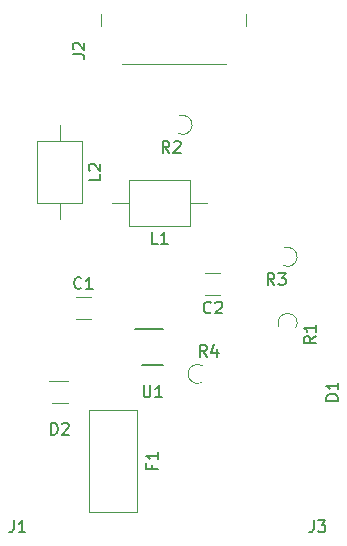
<source format=gbr>
G04 #@! TF.GenerationSoftware,KiCad,Pcbnew,(5.1.5)-3*
G04 #@! TF.CreationDate,2020-03-11T21:27:21-07:00*
G04 #@! TF.ProjectId,lab3,6c616233-2e6b-4696-9361-645f70636258,v01*
G04 #@! TF.SameCoordinates,Original*
G04 #@! TF.FileFunction,Legend,Top*
G04 #@! TF.FilePolarity,Positive*
%FSLAX46Y46*%
G04 Gerber Fmt 4.6, Leading zero omitted, Abs format (unit mm)*
G04 Created by KiCad (PCBNEW (5.1.5)-3) date 2020-03-11 21:27:21*
%MOMM*%
%LPD*%
G04 APERTURE LIST*
%ADD10C,0.120000*%
%ADD11C,0.150000*%
G04 APERTURE END LIST*
D10*
X147808000Y-98072000D02*
X147808000Y-106672000D01*
X147808000Y-98072000D02*
X143708000Y-98072000D01*
X147808000Y-106672000D02*
X143708000Y-106672000D01*
X143708000Y-98072000D02*
X143708000Y-106672000D01*
X153228095Y-95745359D02*
G75*
G02X153325133Y-94296000I-320095J749359D01*
G01*
X160207905Y-84340641D02*
G75*
G02X160110867Y-85790000I320095J-749359D01*
G01*
X151317905Y-73164641D02*
G75*
G02X151220867Y-74614000I320095J-749359D01*
G01*
X159778641Y-90998095D02*
G75*
G02X161228000Y-91095133I749359J320095D01*
G01*
X141224000Y-81898000D02*
X141224000Y-80518000D01*
X141224000Y-73898000D02*
X141224000Y-75278000D01*
X143144000Y-80518000D02*
X143144000Y-75278000D01*
X139304000Y-80518000D02*
X143144000Y-80518000D01*
X139304000Y-75278000D02*
X139304000Y-80518000D01*
X143144000Y-75278000D02*
X139304000Y-75278000D01*
X145686000Y-80518000D02*
X147066000Y-80518000D01*
X153686000Y-80518000D02*
X152306000Y-80518000D01*
X147066000Y-82438000D02*
X152306000Y-82438000D01*
X147066000Y-78598000D02*
X147066000Y-82438000D01*
X152306000Y-78598000D02*
X147066000Y-78598000D01*
X152306000Y-82438000D02*
X152306000Y-78598000D01*
X154827000Y-86456000D02*
X153569000Y-86456000D01*
X154827000Y-88296000D02*
X153569000Y-88296000D01*
X142607000Y-90328000D02*
X143865000Y-90328000D01*
X142607000Y-88488000D02*
X143865000Y-88488000D01*
D11*
X148223000Y-94235000D02*
X149973000Y-94235000D01*
X147598000Y-91185000D02*
X149973000Y-91185000D01*
D10*
X157021000Y-65556000D02*
X157021000Y-64506000D01*
X144731000Y-65556000D02*
X144731000Y-64506000D01*
X146476000Y-68726000D02*
X155276000Y-68726000D01*
X141899000Y-97420000D02*
X140549000Y-97420000D01*
X141899000Y-95620000D02*
X140324000Y-95620000D01*
D11*
X149026571Y-102695333D02*
X149026571Y-103028666D01*
X149550380Y-103028666D02*
X148550380Y-103028666D01*
X148550380Y-102552476D01*
X149550380Y-101647714D02*
X149550380Y-102219142D01*
X149550380Y-101933428D02*
X148550380Y-101933428D01*
X148693238Y-102028666D01*
X148788476Y-102123904D01*
X148836095Y-102219142D01*
X153691333Y-93528380D02*
X153358000Y-93052190D01*
X153119904Y-93528380D02*
X153119904Y-92528380D01*
X153500857Y-92528380D01*
X153596095Y-92576000D01*
X153643714Y-92623619D01*
X153691333Y-92718857D01*
X153691333Y-92861714D01*
X153643714Y-92956952D01*
X153596095Y-93004571D01*
X153500857Y-93052190D01*
X153119904Y-93052190D01*
X154548476Y-92861714D02*
X154548476Y-93528380D01*
X154310380Y-92480761D02*
X154072285Y-93195047D01*
X154691333Y-93195047D01*
X159411333Y-87462380D02*
X159078000Y-86986190D01*
X158839904Y-87462380D02*
X158839904Y-86462380D01*
X159220857Y-86462380D01*
X159316095Y-86510000D01*
X159363714Y-86557619D01*
X159411333Y-86652857D01*
X159411333Y-86795714D01*
X159363714Y-86890952D01*
X159316095Y-86938571D01*
X159220857Y-86986190D01*
X158839904Y-86986190D01*
X159744666Y-86462380D02*
X160363714Y-86462380D01*
X160030380Y-86843333D01*
X160173238Y-86843333D01*
X160268476Y-86890952D01*
X160316095Y-86938571D01*
X160363714Y-87033809D01*
X160363714Y-87271904D01*
X160316095Y-87367142D01*
X160268476Y-87414761D01*
X160173238Y-87462380D01*
X159887523Y-87462380D01*
X159792285Y-87414761D01*
X159744666Y-87367142D01*
X150521333Y-76286380D02*
X150188000Y-75810190D01*
X149949904Y-76286380D02*
X149949904Y-75286380D01*
X150330857Y-75286380D01*
X150426095Y-75334000D01*
X150473714Y-75381619D01*
X150521333Y-75476857D01*
X150521333Y-75619714D01*
X150473714Y-75714952D01*
X150426095Y-75762571D01*
X150330857Y-75810190D01*
X149949904Y-75810190D01*
X150902285Y-75381619D02*
X150949904Y-75334000D01*
X151045142Y-75286380D01*
X151283238Y-75286380D01*
X151378476Y-75334000D01*
X151426095Y-75381619D01*
X151473714Y-75476857D01*
X151473714Y-75572095D01*
X151426095Y-75714952D01*
X150854666Y-76286380D01*
X151473714Y-76286380D01*
X162900380Y-91794666D02*
X162424190Y-92128000D01*
X162900380Y-92366095D02*
X161900380Y-92366095D01*
X161900380Y-91985142D01*
X161948000Y-91889904D01*
X161995619Y-91842285D01*
X162090857Y-91794666D01*
X162233714Y-91794666D01*
X162328952Y-91842285D01*
X162376571Y-91889904D01*
X162424190Y-91985142D01*
X162424190Y-92366095D01*
X162900380Y-90842285D02*
X162900380Y-91413714D01*
X162900380Y-91128000D02*
X161900380Y-91128000D01*
X162043238Y-91223238D01*
X162138476Y-91318476D01*
X162186095Y-91413714D01*
X144676380Y-78064666D02*
X144676380Y-78540857D01*
X143676380Y-78540857D01*
X143771619Y-77778952D02*
X143724000Y-77731333D01*
X143676380Y-77636095D01*
X143676380Y-77398000D01*
X143724000Y-77302761D01*
X143771619Y-77255142D01*
X143866857Y-77207523D01*
X143962095Y-77207523D01*
X144104952Y-77255142D01*
X144676380Y-77826571D01*
X144676380Y-77207523D01*
X149519333Y-83970380D02*
X149043142Y-83970380D01*
X149043142Y-82970380D01*
X150376476Y-83970380D02*
X149805047Y-83970380D01*
X150090761Y-83970380D02*
X150090761Y-82970380D01*
X149995523Y-83113238D01*
X149900285Y-83208476D01*
X149805047Y-83256095D01*
X154031333Y-89783142D02*
X153983714Y-89830761D01*
X153840857Y-89878380D01*
X153745619Y-89878380D01*
X153602761Y-89830761D01*
X153507523Y-89735523D01*
X153459904Y-89640285D01*
X153412285Y-89449809D01*
X153412285Y-89306952D01*
X153459904Y-89116476D01*
X153507523Y-89021238D01*
X153602761Y-88926000D01*
X153745619Y-88878380D01*
X153840857Y-88878380D01*
X153983714Y-88926000D01*
X154031333Y-88973619D01*
X154412285Y-88973619D02*
X154459904Y-88926000D01*
X154555142Y-88878380D01*
X154793238Y-88878380D01*
X154888476Y-88926000D01*
X154936095Y-88973619D01*
X154983714Y-89068857D01*
X154983714Y-89164095D01*
X154936095Y-89306952D01*
X154364666Y-89878380D01*
X154983714Y-89878380D01*
X143069333Y-87715142D02*
X143021714Y-87762761D01*
X142878857Y-87810380D01*
X142783619Y-87810380D01*
X142640761Y-87762761D01*
X142545523Y-87667523D01*
X142497904Y-87572285D01*
X142450285Y-87381809D01*
X142450285Y-87238952D01*
X142497904Y-87048476D01*
X142545523Y-86953238D01*
X142640761Y-86858000D01*
X142783619Y-86810380D01*
X142878857Y-86810380D01*
X143021714Y-86858000D01*
X143069333Y-86905619D01*
X144021714Y-87810380D02*
X143450285Y-87810380D01*
X143736000Y-87810380D02*
X143736000Y-86810380D01*
X143640761Y-86953238D01*
X143545523Y-87048476D01*
X143450285Y-87096095D01*
X148336095Y-95972380D02*
X148336095Y-96781904D01*
X148383714Y-96877142D01*
X148431333Y-96924761D01*
X148526571Y-96972380D01*
X148717047Y-96972380D01*
X148812285Y-96924761D01*
X148859904Y-96877142D01*
X148907523Y-96781904D01*
X148907523Y-95972380D01*
X149907523Y-96972380D02*
X149336095Y-96972380D01*
X149621809Y-96972380D02*
X149621809Y-95972380D01*
X149526571Y-96115238D01*
X149431333Y-96210476D01*
X149336095Y-96258095D01*
X142328380Y-67939333D02*
X143042666Y-67939333D01*
X143185523Y-67986952D01*
X143280761Y-68082190D01*
X143328380Y-68225047D01*
X143328380Y-68320285D01*
X142423619Y-67510761D02*
X142376000Y-67463142D01*
X142328380Y-67367904D01*
X142328380Y-67129809D01*
X142376000Y-67034571D01*
X142423619Y-66986952D01*
X142518857Y-66939333D01*
X142614095Y-66939333D01*
X142756952Y-66986952D01*
X143328380Y-67558380D01*
X143328380Y-66939333D01*
X164790380Y-97258095D02*
X163790380Y-97258095D01*
X163790380Y-97020000D01*
X163838000Y-96877142D01*
X163933238Y-96781904D01*
X164028476Y-96734285D01*
X164218952Y-96686666D01*
X164361809Y-96686666D01*
X164552285Y-96734285D01*
X164647523Y-96781904D01*
X164742761Y-96877142D01*
X164790380Y-97020000D01*
X164790380Y-97258095D01*
X164790380Y-95734285D02*
X164790380Y-96305714D01*
X164790380Y-96020000D02*
X163790380Y-96020000D01*
X163933238Y-96115238D01*
X164028476Y-96210476D01*
X164076095Y-96305714D01*
X140485904Y-100147380D02*
X140485904Y-99147380D01*
X140724000Y-99147380D01*
X140866857Y-99195000D01*
X140962095Y-99290238D01*
X141009714Y-99385476D01*
X141057333Y-99575952D01*
X141057333Y-99718809D01*
X141009714Y-99909285D01*
X140962095Y-100004523D01*
X140866857Y-100099761D01*
X140724000Y-100147380D01*
X140485904Y-100147380D01*
X141438285Y-99242619D02*
X141485904Y-99195000D01*
X141581142Y-99147380D01*
X141819238Y-99147380D01*
X141914476Y-99195000D01*
X141962095Y-99242619D01*
X142009714Y-99337857D01*
X142009714Y-99433095D01*
X141962095Y-99575952D01*
X141390666Y-100147380D01*
X142009714Y-100147380D01*
X137334666Y-107392380D02*
X137334666Y-108106666D01*
X137287047Y-108249523D01*
X137191809Y-108344761D01*
X137048952Y-108392380D01*
X136953714Y-108392380D01*
X138334666Y-108392380D02*
X137763238Y-108392380D01*
X138048952Y-108392380D02*
X138048952Y-107392380D01*
X137953714Y-107535238D01*
X137858476Y-107630476D01*
X137763238Y-107678095D01*
X162734666Y-107392380D02*
X162734666Y-108106666D01*
X162687047Y-108249523D01*
X162591809Y-108344761D01*
X162448952Y-108392380D01*
X162353714Y-108392380D01*
X163115619Y-107392380D02*
X163734666Y-107392380D01*
X163401333Y-107773333D01*
X163544190Y-107773333D01*
X163639428Y-107820952D01*
X163687047Y-107868571D01*
X163734666Y-107963809D01*
X163734666Y-108201904D01*
X163687047Y-108297142D01*
X163639428Y-108344761D01*
X163544190Y-108392380D01*
X163258476Y-108392380D01*
X163163238Y-108344761D01*
X163115619Y-108297142D01*
M02*

</source>
